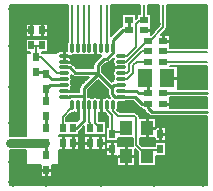
<source format=gtl>
%FSLAX24Y24*%
%MOIN*%
G70*
G01*
G75*
G04 Layer_Physical_Order=1*
G04 Layer_Color=255*
%ADD10C,0.0070*%
%ADD11O,0.0354X0.0110*%
%ADD12O,0.0110X0.0354*%
%ADD13R,0.0512X0.0591*%
%ADD14R,0.0250X0.0200*%
%ADD15R,0.0433X0.0472*%
%ADD16R,0.0200X0.0250*%
%ADD17C,0.0060*%
%ADD18C,0.0100*%
%ADD19C,0.0300*%
%ADD20C,0.0320*%
D10*
X2174Y2528D02*
G03*
X2289Y2564I17J149D01*
G01*
D02*
G03*
X2440Y2536I98J113D01*
G01*
X3077Y3034D02*
G03*
X2880Y3034I-98J-113D01*
G01*
X3274Y3034D02*
G03*
X3077Y3034I-98J-113D01*
G01*
X3103Y2545D02*
G03*
X3268Y2559I72J132D01*
G01*
X1797Y4599D02*
G03*
X1677Y4540I0J-150D01*
G01*
X2191Y3268D02*
G03*
X2154Y3366I-150J0D01*
G01*
X2187Y3235D02*
G03*
X2191Y3268I-146J33D01*
G01*
X2154Y3366D02*
G03*
X2191Y3465I-113J98D01*
G01*
X2482Y3457D02*
G03*
X2440Y3355I103J-103D01*
G01*
X2482Y3458D02*
G03*
X2440Y3355I102J-103D01*
G01*
X2191Y3465D02*
G03*
X2154Y3563I-150J0D01*
G01*
D02*
G03*
X2191Y3662I-113J98D01*
G01*
D02*
G03*
X2154Y3760I-150J0D01*
G01*
D02*
G03*
X2181Y3804I-113J98D01*
G01*
X2207Y3777D02*
G03*
X2310Y3735I103J103D01*
G01*
X2207Y3778D02*
G03*
X2310Y3735I103J102D01*
G01*
X2880Y3034D02*
G03*
X2730Y3062I-98J-113D01*
G01*
X3471Y3034D02*
G03*
X3274Y3034I-98J-113D01*
G01*
X2179Y4193D02*
G03*
X2191Y4252I-138J59D01*
G01*
X2238Y4157D02*
G03*
X2179Y4193I-103J-102D01*
G01*
X2237Y4158D02*
G03*
X2179Y4193I-103J-103D01*
G01*
X2191Y4252D02*
G03*
X2154Y4351I-150J0D01*
G01*
D02*
G03*
X2191Y4449I-113J98D01*
G01*
X2065Y4925D02*
G03*
X2041Y4843I126J-82D01*
G01*
X2289Y4486D02*
G03*
X2486Y4486I98J113D01*
G01*
X2191Y4449D02*
G03*
X2289Y4486I-0J150D01*
G01*
X2957Y4233D02*
G03*
X2915Y4130I103J-103D01*
G01*
X2958Y4233D02*
G03*
X2915Y4130I102J-103D01*
G01*
X2486Y4486D02*
G03*
X2683Y4486I98J113D01*
G01*
D02*
G03*
X2880Y4486I98J113D01*
G01*
D02*
G03*
X3077Y4486I98J113D01*
G01*
D02*
G03*
X3174Y4449I98J113D01*
G01*
X3714Y2638D02*
G03*
X3719Y2677I-145J39D01*
G01*
X4475Y2378D02*
G03*
X4438Y2458I-125J-8D01*
G01*
X4475Y2378D02*
G03*
X4438Y2459I-125J-8D01*
G01*
X4379Y2518D02*
G03*
X4290Y2555I-89J-88D01*
G01*
X4378Y2518D02*
G03*
X4290Y2555I-88J-88D01*
G01*
X4437Y2738D02*
G03*
X4530Y2695I103J102D01*
G01*
X4437Y2737D02*
G03*
X4530Y2695I103J103D01*
G01*
X4612Y2645D02*
G03*
X4647Y2587I138J45D01*
G01*
X4612Y2645D02*
G03*
X4648Y2587I138J45D01*
G01*
X4767Y2467D02*
G03*
X4870Y2425I103J103D01*
G01*
X4767Y2468D02*
G03*
X4870Y2425I103J102D01*
G01*
X3405Y3160D02*
G03*
X3448Y3057I145J0D01*
G01*
X3405Y3160D02*
G03*
X3447Y3057I145J0D01*
G01*
X3580Y3605D02*
G03*
X3532Y3584I35J-141D01*
G01*
X3580Y3605D02*
G03*
X3532Y3584I35J-141D01*
G01*
X3606Y3957D02*
G03*
X3606Y3760I113J-98D01*
G01*
X3360Y4205D02*
G03*
X3463Y4248I0J145D01*
G01*
X3360Y4205D02*
G03*
X3463Y4247I0J145D01*
G01*
X3606Y4154D02*
G03*
X3606Y3957I113J-98D01*
G01*
X3963Y2921D02*
G03*
X3998Y2925I0J150D01*
G01*
X3606Y3760D02*
G03*
X3580Y3605I113J-98D01*
G01*
X3606Y4351D02*
G03*
X3606Y4154I113J-98D01*
G01*
X3880Y5435D02*
G03*
X3787Y5392I10J-145D01*
G01*
X3880Y5435D02*
G03*
X3787Y5393I10J-145D01*
G01*
X5328Y5301D02*
G03*
X5365Y5390I-88J89D01*
G01*
X5328Y5302D02*
G03*
X5365Y5390I-88J88D01*
G01*
X350Y125D02*
Y1295D01*
X300Y125D02*
Y1295D01*
X450Y125D02*
Y1295D01*
X400Y125D02*
Y1295D01*
X150Y125D02*
Y1295D01*
X125Y125D02*
Y1295D01*
X250Y125D02*
Y1295D01*
X200Y125D02*
Y1295D01*
X125Y540D02*
X1155D01*
X125Y590D02*
X1155D01*
X125Y440D02*
X1155D01*
X125Y490D02*
X1155D01*
X550Y125D02*
Y1295D01*
X500Y125D02*
Y1295D01*
X700Y125D02*
Y801D01*
X600Y125D02*
Y1295D01*
X650Y125D02*
Y1295D01*
X125Y1090D02*
X670D01*
X125Y1140D02*
X670D01*
X125Y990D02*
X670D01*
X125Y1040D02*
X670D01*
X125Y1290D02*
X670D01*
X125Y1295D02*
X670D01*
X125Y1190D02*
X670D01*
X125Y1240D02*
X670D01*
X125Y740D02*
X1155D01*
X125Y790D02*
X1155D01*
X125Y640D02*
X1155D01*
X125Y690D02*
X1155D01*
X125Y840D02*
X670D01*
X125Y890D02*
X670D01*
Y801D02*
X1155Y796D01*
X125Y940D02*
X670D01*
Y801D02*
Y1295D01*
X1000Y125D02*
Y798D01*
X950Y125D02*
Y798D01*
X1100Y125D02*
Y797D01*
X1050Y125D02*
Y797D01*
X800Y125D02*
Y800D01*
X750Y125D02*
Y800D01*
X900Y125D02*
Y799D01*
X850Y125D02*
Y799D01*
X1250Y125D02*
Y420D01*
X1200Y125D02*
Y420D01*
X1350Y125D02*
Y420D01*
X1300Y125D02*
Y420D01*
X1400Y125D02*
Y420D01*
X1150Y125D02*
Y796D01*
X1700Y125D02*
Y791D01*
X1450Y125D02*
Y420D01*
X1650Y125D02*
Y791D01*
X1155Y420D02*
X1545D01*
X1500Y125D02*
Y420D01*
X1155D02*
Y796D01*
X1600Y125D02*
Y792D01*
X1545Y420D02*
Y792D01*
X1550Y125D02*
Y792D01*
X1545Y792D02*
X1770Y790D01*
X1545D02*
X1770D01*
X1750Y125D02*
Y790D01*
X1770Y790D02*
Y1320D01*
X1900Y125D02*
Y1320D01*
X1770D02*
X2055D01*
X2050Y125D02*
Y1320D01*
X2055D02*
X2095D01*
X2055D02*
X2095D01*
X350Y1785D02*
Y6125D01*
X300Y1785D02*
Y6125D01*
X450Y1785D02*
Y6125D01*
X400Y1785D02*
Y6125D01*
X150Y1785D02*
Y6125D01*
X125Y1785D02*
Y6125D01*
X250Y1785D02*
Y6125D01*
X200Y1785D02*
Y6125D01*
X125Y1840D02*
X670D01*
X125Y1890D02*
X670D01*
X125Y1785D02*
X670D01*
X125Y1790D02*
X670D01*
X125Y1940D02*
X670D01*
X125Y1990D02*
X670D01*
X500Y1785D02*
Y6125D01*
X125Y2090D02*
X670D01*
X125Y2040D02*
X670D01*
X125Y2690D02*
X670D01*
X125Y2740D02*
X670D01*
X125Y2590D02*
X670D01*
X125Y2640D02*
X670D01*
X125Y2940D02*
X670D01*
X125Y2990D02*
X670D01*
X125Y2790D02*
X670D01*
X125Y2890D02*
X670D01*
X125Y2840D02*
X670D01*
X125Y2240D02*
X670D01*
X125Y2290D02*
X670D01*
X125Y2140D02*
X670D01*
X125Y2190D02*
X670D01*
X125Y2490D02*
X670D01*
X125Y2540D02*
X670D01*
X125Y2340D02*
X670D01*
X125Y2440D02*
X670D01*
X125Y2390D02*
X670D01*
X1850Y125D02*
Y1320D01*
X1800Y125D02*
Y1320D01*
Y1760D02*
Y1820D01*
X1770Y1760D02*
Y1820D01*
X1900Y1760D02*
Y1820D01*
X1850Y1760D02*
Y1820D01*
X2000Y125D02*
Y1320D01*
X1950Y125D02*
Y1320D01*
X2150Y125D02*
Y1320D01*
X2100Y125D02*
Y1320D01*
X1950Y1760D02*
Y1820D01*
X1770Y1760D02*
X2055D01*
X2095D01*
X2000D02*
Y1820D01*
X2055Y1760D02*
X2095D01*
X1770Y1820D02*
X2055D01*
X2015Y2260D02*
X2055D01*
X2050Y1760D02*
Y1820D01*
X2015Y2260D02*
Y2368D01*
X600Y1785D02*
Y6125D01*
X550Y1785D02*
Y6125D01*
X650Y1785D02*
Y6125D01*
X670Y1785D02*
Y4540D01*
X2050Y2260D02*
Y2403D01*
X2055Y1820D02*
X2095D01*
X2055D02*
X2095D01*
X2150Y1760D02*
Y1820D01*
X2100Y1760D02*
Y1820D01*
X2055Y2260D02*
X2095D01*
X2015Y2368D02*
X2174Y2528D01*
X2150Y2260D02*
Y2503D01*
X2055Y2260D02*
X2095D01*
X2100D02*
Y2453D01*
X125Y125D02*
X6705D01*
X125Y140D02*
X6705D01*
X2400Y125D02*
Y1320D01*
X125Y190D02*
X6705D01*
X2250Y125D02*
Y1320D01*
X2200Y125D02*
Y1320D01*
X2350Y125D02*
Y1320D01*
X2300Y125D02*
Y1320D01*
X125Y340D02*
X6705D01*
X125Y390D02*
X6705D01*
X125Y240D02*
X6705D01*
X125Y290D02*
X6705D01*
X1545Y590D02*
X6705D01*
X1545Y640D02*
X6705D01*
X1545Y440D02*
X6705D01*
X1545Y540D02*
X6705D01*
X1545Y490D02*
X6705D01*
X1770Y1240D02*
X3345D01*
X1770Y1290D02*
X3345D01*
X1770Y1140D02*
X3345D01*
X1770Y1190D02*
X3345D01*
X2095Y1320D02*
X2445D01*
Y1490D02*
X2605D01*
X1545Y690D02*
X6705D01*
X1545Y740D02*
X6705D01*
X1770Y790D02*
X3687D01*
X1770Y840D02*
X3687D01*
X1770Y1040D02*
X3687D01*
X1770Y1090D02*
X3687D01*
X1770Y890D02*
X3687D01*
X1770Y990D02*
X3687D01*
X1770Y940D02*
X3687D01*
X2850Y125D02*
Y1320D01*
X2800Y125D02*
Y1320D01*
X2950Y125D02*
Y1320D01*
X2900Y125D02*
Y1320D01*
X2650Y125D02*
Y1320D01*
X2445D02*
Y1760D01*
X2750Y125D02*
Y1320D01*
X2700Y125D02*
Y1320D01*
X3150Y125D02*
Y1320D01*
X2995D02*
X3345D01*
X3250Y125D02*
Y1320D01*
X3200Y125D02*
Y1320D01*
X2955D02*
X2995D01*
X2605D02*
X2955D01*
X3100Y125D02*
Y1320D01*
X3000Y125D02*
Y1320D01*
X3050Y125D02*
Y1320D01*
X2445Y1440D02*
X2605D01*
X2445Y1540D02*
X2605D01*
X2445Y1340D02*
X2605D01*
X2445Y1390D02*
X2605D01*
X2445Y1590D02*
X2605D01*
X2445Y1640D02*
X2605D01*
X2445Y1740D02*
X2605D01*
X2445Y1690D02*
X2605D01*
X2955Y1320D02*
X2995D01*
X2605Y1760D02*
X2955D01*
X2995D01*
X3345D01*
X2200D02*
Y1820D01*
X2095Y1760D02*
X2445D01*
X2300D02*
Y1820D01*
X2250Y1760D02*
Y1820D01*
X2350Y1760D02*
Y1820D01*
X2095D02*
X2445D01*
X2400Y1760D02*
Y1820D01*
X2445D02*
Y1940D01*
X1770Y1790D02*
X3345D01*
X2445Y1840D02*
X2605D01*
X2445Y1890D02*
X2605D01*
X2445Y1940D02*
X2605D01*
X2453Y1948D02*
X2605Y2100D01*
X2495Y1990D02*
X2605D01*
X2600Y125D02*
Y2095D01*
X2500Y125D02*
Y1995D01*
X2550Y125D02*
Y2045D01*
X2095Y2260D02*
X2355D01*
X2015Y2290D02*
X2385D01*
X2200Y2260D02*
Y2527D01*
X2400Y2305D02*
Y2527D01*
X2250Y2260D02*
Y2539D01*
X2350Y2260D02*
Y2532D01*
X2300Y2260D02*
Y2555D01*
X2253Y2540D02*
X2326D01*
X2015Y2340D02*
X2435D01*
X2037Y2390D02*
X2440D01*
X2545Y2040D02*
X2605D01*
X2355Y2260D02*
X2440Y2345D01*
X2087Y2440D02*
X2440D01*
X2137Y2490D02*
X2440D01*
Y2345D02*
Y2536D01*
X2605Y1320D02*
Y1760D01*
X2650D02*
Y1820D01*
X2750Y1760D02*
Y1820D01*
X2700Y1760D02*
Y1820D01*
X2850Y1760D02*
Y1820D01*
X2800Y1760D02*
Y1820D01*
X2950Y1760D02*
Y1820D01*
X2900Y1760D02*
Y1820D01*
X2955Y1760D02*
X2995D01*
X2955Y1820D02*
X2995D01*
X3050Y1760D02*
Y1820D01*
X3000Y1760D02*
Y1820D01*
X3100Y1760D02*
Y1820D01*
X2995D02*
X3345D01*
X3250Y1760D02*
Y1820D01*
X3150Y1760D02*
Y1820D01*
X3200Y1760D02*
Y1820D01*
X2605D02*
Y2100D01*
Y1820D02*
X2955D01*
X2995D01*
X3200Y2260D02*
Y2529D01*
X3103Y2263D02*
Y2545D01*
X3150Y2260D02*
Y2529D01*
X3103Y2340D02*
X3415D01*
X3103Y2390D02*
X3415D01*
X3107Y2260D02*
X3345D01*
X3103Y2290D02*
X3415D01*
X3103Y2490D02*
X3333D01*
X3250Y2260D02*
Y2547D01*
X3103Y2440D02*
X3383D01*
X125Y3840D02*
X670D01*
X125Y3890D02*
X670D01*
X125Y3490D02*
X670D01*
X125Y3740D02*
X670D01*
X125Y4040D02*
X670D01*
X125Y4090D02*
X670D01*
X125Y3940D02*
X670D01*
X125Y3990D02*
X670D01*
X125Y3140D02*
X670D01*
X125Y3190D02*
X670D01*
X125Y3040D02*
X670D01*
X125Y3090D02*
X670D01*
X125Y3390D02*
X670D01*
X125Y3440D02*
X670D01*
X125Y3240D02*
X670D01*
X125Y3340D02*
X670D01*
X125Y3290D02*
X670D01*
X125Y4690D02*
X655D01*
X125Y4740D02*
X655D01*
X125Y4590D02*
X655D01*
X125Y4640D02*
X655D01*
X125Y4890D02*
X655D01*
X125Y4940D02*
X655D01*
X125Y4790D02*
X655D01*
X125Y4840D02*
X655D01*
X125Y4240D02*
X670D01*
X125Y4290D02*
X670D01*
X125Y4140D02*
X670D01*
X125Y4190D02*
X670D01*
X125Y4490D02*
X670D01*
X125Y4540D02*
X670D01*
X125Y4340D02*
X670D01*
X125Y4440D02*
X670D01*
X125Y4390D02*
X670D01*
X125Y3640D02*
X670D01*
X125Y3690D02*
X670D01*
X125Y3540D02*
X670D01*
X125Y3590D02*
X670D01*
X125Y3790D02*
X670D01*
X655Y4570D02*
X805D01*
X670Y4540D02*
X805D01*
X655Y4570D02*
Y5010D01*
X1195Y4540D02*
X1677D01*
X1195Y4570D02*
X1395D01*
Y4590D02*
X1745D01*
X1395Y4570D02*
Y5010D01*
Y4640D02*
X2041D01*
Y4599D02*
Y4843D01*
X1797Y4599D02*
X2041D01*
X125Y4990D02*
X655D01*
Y5010D02*
X1005D01*
X1045D01*
X1005D02*
X1045D01*
X800D02*
Y5070D01*
X750Y5010D02*
Y5070D01*
X1050Y5010D02*
Y5070D01*
X850Y5010D02*
Y5070D01*
X900Y5010D02*
Y5070D01*
X1395Y4790D02*
X2041D01*
X1395Y4840D02*
X2041D01*
X1395Y4690D02*
X2041D01*
X1395Y4740D02*
X2041D01*
X1350Y5010D02*
Y5070D01*
X1045Y5010D02*
X1395D01*
Y4890D02*
X2048D01*
X1395Y4990D02*
X2065D01*
X1395Y4940D02*
X2065D01*
X125Y5190D02*
X655D01*
X125Y5240D02*
X655D01*
X125Y5090D02*
X655D01*
X125Y5140D02*
X655D01*
X125Y5290D02*
X655D01*
X125Y5340D02*
X655D01*
Y5070D02*
Y5510D01*
X125Y5390D02*
X655D01*
X950Y5010D02*
Y5070D01*
X700Y5010D02*
Y5070D01*
X1000Y5010D02*
Y5070D01*
X1005D02*
X1045D01*
X655D02*
X1005D01*
X1045D01*
X125Y5440D02*
X655D01*
X125Y5490D02*
X655D01*
X750Y5510D02*
Y6125D01*
X700Y5510D02*
Y6125D01*
X850Y5510D02*
Y6125D01*
X800Y5510D02*
Y6125D01*
X1000Y5510D02*
Y6125D01*
X900Y5510D02*
Y6125D01*
X950Y5510D02*
Y6125D01*
X1005Y5510D02*
X1045D01*
X655D02*
X1005D01*
X1045D02*
X1395D01*
X1005D02*
X1045D01*
X125Y5990D02*
X2065D01*
X125Y6040D02*
X2065D01*
X125Y5790D02*
X2065D01*
X125Y5940D02*
X2065D01*
X125Y5890D02*
X2065D01*
X1300Y5010D02*
Y5070D01*
X1150Y5010D02*
Y5070D01*
X1450Y4540D02*
Y6125D01*
X1400Y4540D02*
Y6125D01*
X1550Y4540D02*
Y6125D01*
X1500Y4540D02*
Y6125D01*
X1650Y4540D02*
Y6125D01*
X1600Y4540D02*
Y6125D01*
X2000Y4599D02*
Y6125D01*
X1950Y4599D02*
Y6125D01*
X2050Y4895D02*
Y6125D01*
X2065Y4925D02*
Y6125D01*
X1700Y4564D02*
Y6125D01*
X1750Y4592D02*
Y6125D01*
X1900Y4599D02*
Y6125D01*
X1800Y4599D02*
Y6125D01*
X1850Y4599D02*
Y6125D01*
X1100Y5010D02*
Y5070D01*
X1250Y5010D02*
Y5070D01*
X1200Y5010D02*
Y5070D01*
X1100Y5510D02*
Y6125D01*
X1050Y5510D02*
Y6125D01*
X1150Y5510D02*
Y6125D01*
X1200Y5510D02*
Y6125D01*
X1045Y5070D02*
X1395D01*
Y5090D02*
X2065D01*
X1395Y5140D02*
X2065D01*
X1395Y5190D02*
X2065D01*
X1250Y5510D02*
Y6125D01*
X1395Y5070D02*
Y5510D01*
X1300D02*
Y6125D01*
X1350Y5510D02*
Y6125D01*
X2250Y3235D02*
Y3748D01*
X2200Y3235D02*
Y3785D01*
X2350Y3235D02*
Y3735D01*
X2300Y3235D02*
Y3735D01*
X2187Y3235D02*
X2440D01*
X2173Y3340D02*
X2440D01*
X2188Y3240D02*
X2440D01*
X2189Y3290D02*
X2440D01*
X2400Y3235D02*
Y3735D01*
X2171Y3390D02*
X2444D01*
X2440Y3235D02*
Y3355D01*
X2450Y3408D02*
Y3735D01*
X2169Y3740D02*
X2272D01*
X2181Y3804D02*
X2207Y3778D01*
X2171Y3540D02*
X2565D01*
X2173Y3590D02*
X2615D01*
X2189Y3440D02*
X2467D01*
X2189Y3490D02*
X2515D01*
X2190Y3640D02*
X2665D01*
X2188Y3690D02*
X2715D01*
X2482Y3458D02*
X2760Y3735D01*
X2500Y3475D02*
Y3735D01*
X2310D02*
X2760D01*
X2730Y3090D02*
Y3295D01*
X2750Y3068D02*
Y3315D01*
X2800Y3070D02*
Y3365D01*
X2900Y3049D02*
Y3465D01*
X2850Y3055D02*
Y3415D01*
X2950Y3068D02*
Y3515D01*
X3000Y3070D02*
Y3565D01*
X2730Y3140D02*
X3406D01*
X2730Y3190D02*
X3405D01*
X2730Y3090D02*
X3423D01*
X3100Y3051D02*
Y3605D01*
X3050Y3053D02*
Y3615D01*
X3250Y3051D02*
Y3455D01*
X3150Y3069D02*
Y3555D01*
X3200Y3069D02*
Y3505D01*
X2875Y3440D02*
X3265D01*
X2925Y3490D02*
X3215D01*
X2975Y3540D02*
X3165D01*
X3025Y3590D02*
X3115D01*
X2550Y3525D02*
Y3735D01*
X2600Y3575D02*
Y3735D01*
X2730Y3295D02*
X3070Y3635D01*
X2650Y3625D02*
Y3735D01*
X2700Y3675D02*
Y3735D01*
X2730Y3240D02*
X3405D01*
X2730Y3290D02*
X3405D01*
X2775Y3340D02*
X3365D01*
X2825Y3390D02*
X3315D01*
X3070Y3635D02*
X3405Y3300D01*
X3205Y3910D02*
X3532Y3584D01*
X3275Y3840D02*
X3570D01*
X3225Y3890D02*
X3572D01*
X3205Y3940D02*
X3593D01*
X2250Y4145D02*
Y4461D01*
X2200Y4185D02*
Y4449D01*
X2188Y4190D02*
X2928D01*
X2191Y4240D02*
X2965D01*
X2238Y4157D02*
X2370Y4025D01*
X2255Y4140D02*
X2915D01*
X2163Y4340D02*
X3065D01*
X2179Y4390D02*
X3115D01*
X2300Y4095D02*
Y4477D01*
X2186Y4290D02*
X3015D01*
X2191Y4440D02*
X3165D01*
X125Y5590D02*
X2065D01*
X125Y5640D02*
X2065D01*
X1395Y5490D02*
X2065D01*
X125Y5540D02*
X2065D01*
X125Y6090D02*
X2065D01*
X125Y6125D02*
X2065D01*
X125Y5690D02*
X2065D01*
X125Y5840D02*
X2065D01*
X125Y5740D02*
X2065D01*
X125Y5040D02*
X2065D01*
X1395Y5390D02*
X2065D01*
X1395Y5440D02*
X2065D01*
X1395Y5240D02*
X2065D01*
X1395Y5340D02*
X2065D01*
X1395Y5290D02*
X2065D01*
X2550Y4025D02*
Y4453D01*
X2400Y4025D02*
Y4449D01*
X2750Y4025D02*
Y4452D01*
X2600Y4025D02*
Y4450D01*
X2500Y4025D02*
Y4475D01*
X2450Y4025D02*
Y4462D01*
X2700Y4025D02*
Y4473D01*
X2650Y4025D02*
Y4464D01*
X2370Y4025D02*
X2915D01*
X2355Y4040D02*
X2915D01*
X3205Y3910D02*
Y4070D01*
Y3990D02*
X3584D01*
X2850Y4025D02*
Y4465D01*
X2800Y4025D02*
Y4450D01*
X3250Y3865D02*
Y4115D01*
X2900Y4025D02*
Y4471D01*
X2915Y4025D02*
Y4130D01*
X2305Y4090D02*
X2915D01*
X3000Y4275D02*
Y4450D01*
X2350Y4045D02*
Y4454D01*
X2950Y4224D02*
Y4452D01*
X3205Y4040D02*
X3570D01*
X3205Y4070D02*
X3340Y4205D01*
X3225Y4090D02*
X3573D01*
X3275Y4140D02*
X3595D01*
X2958Y4233D02*
X3174Y4449D01*
X3050Y4325D02*
Y4467D01*
X3100Y4375D02*
Y4469D01*
X3400Y125D02*
Y1120D01*
X3350Y125D02*
Y1120D01*
X3550Y125D02*
Y1120D01*
X3450Y125D02*
Y1120D01*
X3300Y125D02*
Y1320D01*
X3345Y1120D02*
Y1320D01*
X3500Y125D02*
Y1120D01*
X3345Y1320D02*
Y1560D01*
X3650Y125D02*
Y1120D01*
X3687Y775D02*
X4310D01*
X3750Y125D02*
Y775D01*
X3700Y125D02*
Y775D01*
X3345Y1120D02*
X3687D01*
X3600Y125D02*
Y1120D01*
X3687Y775D02*
Y1120D01*
X3345Y1320D02*
Y1560D01*
X3400D02*
Y1620D01*
X3450Y1560D02*
Y1620D01*
X3350Y1560D02*
Y1620D01*
X3600Y1560D02*
Y1620D01*
X3550Y1560D02*
Y1620D01*
X3735Y1540D02*
X4225D01*
X3345Y1560D02*
X3735D01*
Y1438D02*
X4227D01*
X3735Y1490D02*
X4225D01*
X3345Y1590D02*
X4225D01*
X3345Y1620D02*
X3735D01*
Y1438D02*
Y1560D01*
X3650D02*
Y1620D01*
X3700Y1560D02*
Y1620D01*
X4050Y125D02*
Y775D01*
X4000Y125D02*
Y775D01*
X4150Y125D02*
Y775D01*
X4100Y125D02*
Y775D01*
X3850Y125D02*
Y775D01*
X3800Y125D02*
Y775D01*
X3950Y125D02*
Y775D01*
X3900Y125D02*
Y775D01*
X4250Y125D02*
Y775D01*
X4200Y125D02*
Y775D01*
X4400Y125D02*
Y775D01*
X4300Y125D02*
Y775D01*
X4450Y125D02*
Y775D01*
X4350Y125D02*
Y1283D01*
X4600Y125D02*
Y775D01*
X4500Y125D02*
Y775D01*
X4550Y125D02*
Y775D01*
X4310Y940D02*
X4388D01*
X4310Y790D02*
X4388D01*
X4310Y890D02*
X4388D01*
Y775D02*
Y1245D01*
X4310Y775D02*
Y1323D01*
Y1290D02*
X4343D01*
X4310Y1040D02*
X4388D01*
X4310Y1090D02*
X4388D01*
X4310Y840D02*
X4388D01*
X4310Y990D02*
X4388D01*
X4310Y1140D02*
X4388D01*
X4310Y1190D02*
X4388D01*
X4310Y1240D02*
X4388D01*
X4310Y1323D02*
X4388Y1245D01*
X4475Y1512D02*
X4549Y1438D01*
X3345Y1620D02*
Y1760D01*
X3300D02*
Y1820D01*
X3345Y1560D02*
Y1620D01*
Y1760D01*
Y1820D01*
Y2060D01*
Y1820D02*
Y2060D01*
X3350D02*
Y2473D01*
X3500Y1560D02*
Y1620D01*
X3735Y1640D02*
X4225D01*
X3750Y1438D02*
Y1716D01*
X3735Y1690D02*
X4225D01*
X3735Y1620D02*
Y1716D01*
X3345Y2060D02*
X3415D01*
X3850Y1438D02*
Y1716D01*
X3800Y1438D02*
Y1716D01*
X3735D02*
X4225D01*
X3345Y2190D02*
X3415D01*
X3345Y2240D02*
X3415D01*
X3345Y2090D02*
X3415D01*
X3345Y2140D02*
X3415D01*
X3300Y2260D02*
Y2523D01*
X3284Y2539D02*
X3415Y2408D01*
Y2060D02*
Y2408D01*
X3345Y2060D02*
Y2260D01*
X3400Y2060D02*
Y2423D01*
X3714Y2638D02*
X3797Y2555D01*
X4290D01*
X3719Y2690D02*
X4530D01*
X3750Y2602D02*
Y2921D01*
X3719Y2677D02*
Y2921D01*
X3900Y2555D02*
Y2921D01*
X3800Y2555D02*
Y2921D01*
X3850Y2555D02*
Y2921D01*
X4150Y1438D02*
Y1716D01*
X4100Y1438D02*
Y1716D01*
X4200Y1438D02*
Y1716D01*
X4225Y1460D02*
Y1716D01*
X3950Y1438D02*
Y1716D01*
X3900Y1438D02*
Y1716D01*
X4050Y1438D02*
Y1716D01*
X4000Y1438D02*
Y1716D01*
X4500Y1487D02*
Y1716D01*
X4475Y1512D02*
Y1716D01*
X4600Y1438D02*
Y1716D01*
X4550Y1438D02*
Y1716D01*
X4600Y2378D02*
Y2645D01*
X4500Y2378D02*
Y2701D01*
X4550Y2378D02*
Y2645D01*
X4250Y2555D02*
Y2925D01*
X3950Y2555D02*
Y2921D01*
X4350Y2540D02*
Y2825D01*
X4300Y2555D02*
Y2875D01*
X4050Y2555D02*
Y2925D01*
X4000Y2555D02*
Y2925D01*
X4200Y2555D02*
Y2925D01*
X4100Y2555D02*
Y2925D01*
X4150Y2555D02*
Y2925D01*
X4379Y2518D02*
X4438Y2459D01*
X4530Y2645D02*
X4612D01*
X4400Y2497D02*
Y2775D01*
X4450Y2445D02*
Y2726D01*
X4530Y2645D02*
Y2695D01*
X4700Y125D02*
Y775D01*
X4650Y125D02*
Y775D01*
X4850Y125D02*
Y775D01*
X4750Y125D02*
Y775D01*
Y1438D02*
Y1716D01*
X4700Y1438D02*
Y1716D01*
X4900Y125D02*
Y775D01*
X4800Y125D02*
Y775D01*
X4950Y125D02*
Y775D01*
X4388D02*
X5012D01*
X5000Y125D02*
Y775D01*
X5012Y840D02*
X6705D01*
X5012Y1040D02*
X6705D01*
X5012Y1090D02*
X6705D01*
X5012Y890D02*
X6705D01*
X5012Y990D02*
X6705D01*
X5012Y940D02*
X6705D01*
X4547Y1440D02*
X4955D01*
X4497Y1490D02*
X4955D01*
Y1438D02*
Y1560D01*
X4549Y1438D02*
X4955D01*
X4800D02*
Y1716D01*
X4650Y1438D02*
Y1716D01*
X4950Y1438D02*
Y1716D01*
X4850Y1438D02*
Y1716D01*
X4900Y1438D02*
Y1716D01*
X4475Y1540D02*
X4955D01*
X4475Y1590D02*
X6705D01*
X5000Y1560D02*
Y1620D01*
X4955Y1560D02*
X5345D01*
X4475Y1640D02*
X4955D01*
X4475Y1690D02*
X4955D01*
Y1620D02*
Y1716D01*
X4475D02*
X4955D01*
Y1620D02*
X5345D01*
X5200Y125D02*
Y1120D01*
X5012D02*
X5345D01*
X5300Y125D02*
Y1120D01*
X5250Y125D02*
Y1120D01*
X5050Y125D02*
Y1120D01*
X5012Y775D02*
Y1120D01*
X5150Y125D02*
Y1120D01*
X5100Y125D02*
Y1120D01*
X5012Y790D02*
X6705D01*
X5345Y1140D02*
X6705D01*
X5345Y1190D02*
X6705D01*
X5345Y1240D02*
X6705D01*
X5345Y1120D02*
Y1560D01*
Y1440D02*
X6705D01*
X5345Y1290D02*
X6705D01*
X5345Y1390D02*
X6705D01*
X5345Y1340D02*
X6705D01*
X5100Y1560D02*
Y1620D01*
X5050Y1560D02*
Y1620D01*
X5345Y1490D02*
X6705D01*
X5150Y1560D02*
Y1620D01*
X5300Y1560D02*
Y1620D01*
X5200Y1560D02*
Y1620D01*
X5250Y1560D02*
Y1620D01*
X5345Y1690D02*
X6705D01*
X5345Y1740D02*
X6705D01*
X5345Y1540D02*
X6705D01*
X5345Y1640D02*
X6705D01*
X5345Y1940D02*
X6705D01*
X5345Y1990D02*
X6705D01*
X5345Y1790D02*
X6705D01*
X5345Y1890D02*
X6705D01*
X5345Y1840D02*
X6705D01*
X5012Y2060D02*
Y2378D01*
X4700D02*
Y2535D01*
X4650Y2378D02*
Y2585D01*
X5050Y2060D02*
Y2425D01*
X4750Y2378D02*
Y2485D01*
X5012Y2090D02*
X6705D01*
X5012Y2140D02*
X6705D01*
X5012Y2060D02*
X5345D01*
X5012Y2190D02*
X6705D01*
X5012Y2240D02*
X6705D01*
X5100Y2060D02*
Y2425D01*
X5012Y2340D02*
X6705D01*
X5012Y2290D02*
X6705D01*
X4407Y2490D02*
X4745D01*
X4349Y2540D02*
X4695D01*
X4800Y2378D02*
Y2443D01*
X4454Y2440D02*
X4806D01*
X3762Y2590D02*
X4645D01*
X3715Y2640D02*
X4614D01*
X4648Y2587D02*
X4767Y2468D01*
X4475Y2378D02*
X5012D01*
X4473Y2390D02*
X6705D01*
X4950Y2378D02*
Y2425D01*
X4900Y2378D02*
Y2425D01*
X4850Y2378D02*
Y2426D01*
X5000Y2378D02*
Y2425D01*
X4870D02*
X6690D01*
X5600Y125D02*
Y2425D01*
X5550Y125D02*
Y2425D01*
X5700Y125D02*
Y2425D01*
X5650Y125D02*
Y2425D01*
X5400Y125D02*
Y2425D01*
X5350Y125D02*
Y2425D01*
X5500Y125D02*
Y2425D01*
X5450Y125D02*
Y2425D01*
X6050Y125D02*
Y2425D01*
X6000Y125D02*
Y2425D01*
X6550Y125D02*
Y2425D01*
X6500Y125D02*
Y2425D01*
X5800Y125D02*
Y2425D01*
X5750Y125D02*
Y2425D01*
X5950Y125D02*
Y2425D01*
X5850Y125D02*
Y2425D01*
X5900Y125D02*
Y2425D01*
X5250Y2060D02*
Y2425D01*
X5150Y2060D02*
Y2425D01*
X5345Y1620D02*
Y2060D01*
X5300D02*
Y2425D01*
X6100Y125D02*
Y2425D01*
X5200Y2060D02*
Y2425D01*
X6250Y125D02*
Y2425D01*
X6150Y125D02*
Y2425D01*
X6200Y125D02*
Y2425D01*
X6300Y125D02*
Y2425D01*
X5345Y2040D02*
X6705D01*
X6450Y125D02*
Y2425D01*
X6400Y125D02*
Y2425D01*
X6600Y125D02*
Y2425D01*
X6350Y125D02*
Y2425D01*
X6650Y125D02*
Y2425D01*
X6705Y2714D02*
Y3056D01*
Y125D02*
Y2426D01*
X3400Y3068D02*
Y3305D01*
X3405Y3160D02*
Y3300D01*
X3300Y3053D02*
Y3405D01*
X3350Y3069D02*
Y3355D01*
X3450Y3665D02*
Y4236D01*
X3400Y3715D02*
Y4211D01*
X3448Y3057D02*
X3471Y3034D01*
X3475Y3640D02*
X3570D01*
X3425Y3690D02*
X3572D01*
X3375Y3740D02*
X3591D01*
X3550Y3594D02*
Y4335D01*
X3500Y3615D02*
Y4285D01*
X3325Y3790D02*
X3585D01*
X3300Y3815D02*
Y4165D01*
X3325Y4190D02*
X3582D01*
X3454Y4240D02*
X3569D01*
X3505Y4290D02*
X3574D01*
X3495Y5140D02*
X3535D01*
X3495Y5190D02*
X3585D01*
X3463Y4248D02*
X3589Y4374D01*
X3495Y5240D02*
X3635D01*
X3555Y4340D02*
X3597D01*
X3495Y5100D02*
X3787Y5392D01*
X3495Y5490D02*
X3880D01*
X3495Y5290D02*
X3685D01*
X3495Y5340D02*
X3735D01*
X3495Y5390D02*
X3785D01*
X3719Y2840D02*
X4335D01*
X3719Y2890D02*
X4285D01*
X3719Y2921D02*
X3963D01*
X3998Y2925D02*
X4250D01*
X3719Y2740D02*
X4435D01*
X3719Y2790D02*
X4385D01*
X4250Y2925D02*
X4437Y2738D01*
X5200Y5135D02*
Y5173D01*
X5162Y5135D02*
X5328Y5301D01*
X5350Y5135D02*
Y5331D01*
X5250Y5135D02*
Y5223D01*
X5300Y5135D02*
Y5273D01*
X4820Y5190D02*
X4863D01*
X3880Y5445D02*
Y5485D01*
Y5445D02*
Y5485D01*
X4820Y5147D02*
Y5445D01*
Y5485D01*
Y5445D02*
Y5485D01*
Y5340D02*
X5013D01*
X4820Y5390D02*
X5063D01*
X4820Y5240D02*
X4913D01*
X4820Y5290D02*
X4963D01*
X4820Y5147D02*
X5115Y5442D01*
X4820Y5490D02*
X5115D01*
X4820Y5440D02*
X5113D01*
X3650Y5255D02*
Y6125D01*
X3700Y5305D02*
Y6125D01*
X3750Y5355D02*
Y6125D01*
X3800Y5404D02*
Y6125D01*
X3495Y5100D02*
Y6125D01*
X3500Y5105D02*
Y6125D01*
X3550Y5155D02*
Y6125D01*
X3600Y5205D02*
Y6125D01*
X3495Y5640D02*
X3880D01*
X3495Y5690D02*
X3880D01*
X3495Y5540D02*
X3880D01*
X3495Y5590D02*
X3880D01*
X3850Y5429D02*
Y6125D01*
X3495Y5740D02*
X3880D01*
Y5485D02*
Y5835D01*
X4320Y5657D02*
Y5835D01*
Y5740D02*
X4380D01*
X3495Y5790D02*
X3880D01*
X3900Y5835D02*
Y6125D01*
X4000Y5835D02*
Y6125D01*
X3950Y5835D02*
Y6125D01*
X4100Y5835D02*
Y6125D01*
X4050Y5835D02*
Y6125D01*
X4250Y5835D02*
Y6125D01*
X4150Y5835D02*
Y6125D01*
X4200Y5835D02*
Y6125D01*
X3495Y5890D02*
X4475D01*
X3495Y5940D02*
X4475D01*
X3880Y5835D02*
X4320D01*
X3495Y5840D02*
X4475D01*
X3495Y5990D02*
X4475D01*
X3495Y6040D02*
X4475D01*
X4300Y5835D02*
Y6125D01*
X3495D02*
X4475D01*
X3495Y6090D02*
X4475D01*
X4320Y5657D02*
X4380Y5717D01*
X4320Y5690D02*
X4353D01*
X4820Y5485D02*
Y5835D01*
X4380Y5717D02*
Y5835D01*
X4850Y5177D02*
Y6125D01*
X4350Y5687D02*
Y6125D01*
X4900Y5227D02*
Y6125D01*
X4950Y5277D02*
Y6125D01*
X4820Y5640D02*
X5115D01*
X4820Y5690D02*
X5115D01*
X4820Y5540D02*
X5115D01*
X4820Y5590D02*
X5115D01*
X5000Y5327D02*
Y6125D01*
X5050Y5377D02*
Y6125D01*
X5365Y5390D02*
Y6125D01*
X5100Y5427D02*
Y6125D01*
X5115Y5442D02*
Y6125D01*
X4320Y5790D02*
X4380D01*
Y5835D02*
X4475D01*
X4725D02*
X4820D01*
X4450D02*
Y6125D01*
X4475Y5835D02*
Y6125D01*
X4400Y5835D02*
Y6125D01*
X4800Y5835D02*
Y6125D01*
X4725Y5835D02*
Y6125D01*
X4750Y5835D02*
Y6125D01*
X4725Y5840D02*
X5115D01*
X4725Y5890D02*
X5115D01*
X4820Y5740D02*
X5115D01*
X4820Y5790D02*
X5115D01*
X4725Y6090D02*
X5115D01*
X4725Y6125D02*
X5115D01*
X4725Y5940D02*
X5115D01*
X4725Y6040D02*
X5115D01*
X4725Y5990D02*
X5115D01*
X5470Y2715D02*
Y2995D01*
Y3035D01*
Y2995D02*
Y3035D01*
X5550Y2715D02*
Y3055D01*
X5500Y2715D02*
Y3055D01*
X5650Y2715D02*
Y3055D01*
X5600Y2715D02*
Y3055D01*
X5470Y2790D02*
X6705D01*
X5470Y2840D02*
X6705D01*
X5470Y2715D02*
X6690D01*
X5470Y2740D02*
X6705D01*
X5470Y2890D02*
X6705D01*
X5470Y2940D02*
X6705D01*
X5700Y2715D02*
Y3055D01*
X5470D02*
X6690D01*
X5470Y2990D02*
X6705D01*
X5725Y3440D02*
X6705D01*
X5725Y3540D02*
X6705D01*
X5725Y3345D02*
X6690D01*
X5725Y3390D02*
X6705D01*
X5470Y4100D02*
X5725D01*
Y3345D02*
Y4100D01*
Y3640D02*
X6705D01*
X5725Y3590D02*
X6705D01*
X5725Y3740D02*
X6705D01*
X5725Y3790D02*
X6705D01*
X5725Y3490D02*
X6705D01*
X5725Y3690D02*
X6705D01*
X5725Y4090D02*
X6705D01*
X5470Y4105D02*
X6705D01*
X5725Y3940D02*
X6705D01*
X5725Y4040D02*
X6705D01*
X5725Y3990D02*
X6705D01*
X6000Y2715D02*
Y3055D01*
X5950Y2715D02*
Y3055D01*
X6100Y2715D02*
Y3055D01*
X6050Y2715D02*
Y3055D01*
X5800Y2715D02*
Y3055D01*
X5750Y2715D02*
Y3055D01*
X5900Y2715D02*
Y3055D01*
X5850Y2715D02*
Y3055D01*
X6550Y2715D02*
Y3055D01*
X6500Y2715D02*
Y3055D01*
X6650Y2715D02*
Y3055D01*
X6600Y2715D02*
Y3055D01*
X6200Y2715D02*
Y3055D01*
X6150Y2715D02*
Y3055D01*
X6450Y2715D02*
Y3055D01*
X6250Y2715D02*
Y3055D01*
X6300Y2715D02*
Y3055D01*
X6200Y3345D02*
Y4105D01*
X6150Y3345D02*
Y4105D01*
X6300Y3345D02*
Y4105D01*
X6250Y3345D02*
Y4105D01*
X5850Y3345D02*
Y4105D01*
X5750Y3345D02*
Y4105D01*
X6100Y3345D02*
Y4105D01*
X5900Y3345D02*
Y4105D01*
X6050Y3345D02*
Y4105D01*
X5725Y3840D02*
X6705D01*
X5725Y3890D02*
X6705D01*
X6400Y2715D02*
Y3055D01*
X6350Y2715D02*
Y3055D01*
X6400Y3345D02*
Y4105D01*
X6350Y3345D02*
Y4105D01*
X6705Y3344D02*
Y4105D01*
X6450Y3345D02*
Y4105D01*
X6500Y3345D02*
Y4105D01*
X5470Y4745D02*
Y4785D01*
Y4840D02*
X6705D01*
X5470Y4705D02*
Y4745D01*
Y4785D01*
X5162Y5135D02*
X5470D01*
X5450D02*
Y6125D01*
X5400Y5135D02*
Y6125D01*
X5470Y4890D02*
X6705D01*
X5470Y4940D02*
X6705D01*
X5470Y4740D02*
X6705D01*
X5470Y4790D02*
X6705D01*
X5167Y5140D02*
X6705D01*
X5217Y5190D02*
X6705D01*
X5470Y4990D02*
X6705D01*
X5267Y5240D02*
X6705D01*
X5470Y5090D02*
X6705D01*
X5365Y5840D02*
X6705D01*
X5365Y5890D02*
X6705D01*
X5365Y5740D02*
X6705D01*
X5365Y5790D02*
X6705D01*
X5365Y6090D02*
X6705D01*
X5365Y6125D02*
X6705D01*
X5365Y5940D02*
X6705D01*
X5365Y6040D02*
X6705D01*
X5365Y5990D02*
X6705D01*
X5317Y5290D02*
X6705D01*
X5355Y5340D02*
X6705D01*
X5365Y5390D02*
X6705D01*
X5365Y5440D02*
X6705D01*
X5365Y5640D02*
X6705D01*
X5365Y5690D02*
X6705D01*
X5365Y5490D02*
X6705D01*
X5365Y5590D02*
X6705D01*
X5365Y5540D02*
X6705D01*
X5550Y4705D02*
Y6125D01*
X5500Y4705D02*
Y6125D01*
X5800Y3345D02*
Y4105D01*
X5600Y4705D02*
Y6125D01*
X5750Y4705D02*
Y6125D01*
X5700Y4705D02*
Y6125D01*
X5850Y4705D02*
Y6125D01*
X5800Y4705D02*
Y6125D01*
X6000Y3345D02*
Y4105D01*
X5950Y3345D02*
Y4105D01*
X6650Y3345D02*
Y4105D01*
X6550Y3345D02*
Y4105D01*
X5900Y4705D02*
Y6125D01*
X5470Y4705D02*
X6705D01*
X6600Y3345D02*
Y4105D01*
X5950Y4705D02*
Y6125D01*
X6000Y4705D02*
Y6125D01*
X5650Y4705D02*
Y6125D01*
X5470Y4785D02*
Y5135D01*
X6100Y4705D02*
Y6125D01*
X6050Y4705D02*
Y6125D01*
X6200Y4705D02*
Y6125D01*
X6150Y4705D02*
Y6125D01*
X6350Y4705D02*
Y6125D01*
X6250Y4705D02*
Y6125D01*
X6300Y4705D02*
Y6125D01*
X6400Y4705D02*
Y6125D01*
X5470Y5040D02*
X6705D01*
X6550Y4705D02*
Y6125D01*
X6500Y4705D02*
Y6125D01*
X6600Y4705D02*
Y6125D01*
X6450Y4705D02*
Y6125D01*
X6705Y4705D02*
Y6125D01*
X6650Y4705D02*
Y6125D01*
X6700Y4705D02*
Y6125D01*
D11*
X3841Y4449D02*
D03*
X1919Y3071D02*
D03*
X3841Y3465D02*
D03*
Y4252D02*
D03*
Y4055D02*
D03*
Y3858D02*
D03*
Y3268D02*
D03*
Y3071D02*
D03*
X1919Y3858D02*
D03*
Y4055D02*
D03*
Y3268D02*
D03*
Y3465D02*
D03*
Y3662D02*
D03*
Y4252D02*
D03*
Y4449D02*
D03*
X3841Y3662D02*
D03*
D12*
X2191Y4721D02*
D03*
X3569Y2799D02*
D03*
X2782D02*
D03*
X2585D02*
D03*
X3372D02*
D03*
X3175D02*
D03*
X2978D02*
D03*
X2388D02*
D03*
X2191D02*
D03*
X2978Y4721D02*
D03*
X3175D02*
D03*
X2388D02*
D03*
X2585D02*
D03*
X2782D02*
D03*
X3372D02*
D03*
X3569D02*
D03*
D13*
X4626Y3710D02*
D03*
X5374D02*
D03*
D14*
X5250Y3190D02*
D03*
X4750D02*
D03*
X5250Y2840D02*
D03*
X4750D02*
D03*
X5250Y4240D02*
D03*
X4750D02*
D03*
X5250Y4590D02*
D03*
X4750D02*
D03*
X4100Y5640D02*
D03*
X4600D02*
D03*
X4750Y4940D02*
D03*
X5250D02*
D03*
X4100Y5290D02*
D03*
X4600D02*
D03*
D15*
X4700Y2047D02*
D03*
X4000D02*
D03*
X4700Y1107D02*
D03*
X3999D02*
D03*
D16*
X2800Y1540D02*
D03*
Y2040D02*
D03*
X3150Y1540D02*
D03*
Y2040D02*
D03*
X1900D02*
D03*
Y1540D02*
D03*
X2250D02*
D03*
Y2040D02*
D03*
X5150Y1340D02*
D03*
Y1840D02*
D03*
X3540Y1340D02*
D03*
Y1840D02*
D03*
X1350Y3340D02*
D03*
Y3840D02*
D03*
Y2040D02*
D03*
Y1540D02*
D03*
Y2440D02*
D03*
Y2940D02*
D03*
Y640D02*
D03*
Y1140D02*
D03*
X1000Y3890D02*
D03*
Y4390D02*
D03*
X850Y4790D02*
D03*
Y5290D02*
D03*
X1200Y4790D02*
D03*
Y5290D02*
D03*
D17*
X2190Y4690D02*
Y6130D01*
X2390Y4730D02*
Y6130D01*
X2590Y4720D02*
Y6130D01*
X2780Y5010D02*
Y6130D01*
X3180Y4720D02*
Y6130D01*
X3370Y4730D02*
Y6130D01*
X5150Y4230D02*
X6710D01*
X5160Y4580D02*
X6710D01*
X1890Y2050D02*
Y2420D01*
X2180Y2710D01*
X2782Y4725D02*
Y5058D01*
X1010Y4380D02*
Y4770D01*
X840D02*
X1180D01*
X1690Y3870D02*
X1890D01*
X2780Y2650D02*
Y2790D01*
X3540Y1850D02*
X3600Y1910D01*
X3860D01*
X4290Y2430D02*
X4350Y2370D01*
Y1460D02*
Y2370D01*
Y1460D02*
X4610Y1200D01*
X4760Y1290D02*
X5140D01*
X4340Y5500D02*
X4480Y5640D01*
X4600D01*
Y6130D01*
X2782Y2228D02*
Y2799D01*
Y2228D02*
X2800Y2210D01*
Y2040D02*
Y2210D01*
X2978Y2212D02*
Y2799D01*
Y2212D02*
X3150Y2040D01*
X1000Y4390D02*
X1170D01*
X1690Y3870D01*
X5240Y5390D02*
Y6130D01*
X4790Y4940D02*
X5240Y5390D01*
X3569Y2607D02*
Y2799D01*
Y2607D02*
X3746Y2430D01*
X4290D01*
X3372Y2628D02*
Y2799D01*
X3540Y1840D02*
Y2460D01*
X3372Y2628D02*
X3540Y2460D01*
X3841Y3662D02*
X4042D01*
X3841Y3858D02*
X4028D01*
X4540Y4590D02*
X4750D01*
X4028Y3858D02*
X4110Y3940D01*
X4750Y4240D02*
Y4250D01*
X4042Y3662D02*
X4250Y3870D01*
X4012Y4252D02*
X4109Y4349D01*
X3841Y4449D02*
X4039D01*
X4110Y3940D02*
Y4160D01*
X4540Y4590D01*
X4360Y4240D02*
X4750D01*
X4250Y3870D02*
Y4130D01*
X4360Y4240D01*
X4012Y4252D02*
X4420Y4660D01*
X4340Y4750D02*
Y5500D01*
X4039Y4449D02*
X4340Y4750D01*
X4420Y4660D02*
X4710Y4950D01*
X4750D01*
X3841Y4252D02*
X4012D01*
D18*
X5240Y3200D02*
X6690D01*
X3060Y4130D02*
X3280Y4350D01*
X3360D01*
X2310Y3880D02*
X3030D01*
X1350Y1140D02*
Y1540D01*
Y2940D02*
Y3340D01*
Y2030D02*
Y2440D01*
X2350Y2050D02*
X2585Y2285D01*
X2250Y2040D02*
X2260Y2050D01*
X2350D01*
X4100Y5290D02*
Y5640D01*
X3569Y4969D02*
X3890Y5290D01*
X4100D01*
X3360Y4350D02*
X3569Y4559D01*
Y4969D01*
X2135Y4055D02*
X2310Y3880D01*
X1475Y3465D02*
X1919D01*
X1350Y3340D02*
X1475Y3465D01*
X1350Y3840D02*
X1528Y3662D01*
X1300Y3890D02*
X1350Y3840D01*
X1000Y3890D02*
X1300D01*
X1528Y3662D02*
X1919D01*
Y3071D02*
X2109D01*
X2110Y3070D02*
X2130Y3090D01*
X2585Y3355D02*
X3060Y3830D01*
X2109Y3071D02*
X2110Y3070D01*
X4750Y3190D02*
Y3586D01*
X4626Y3710D02*
X4750Y3586D01*
X3639Y3071D02*
X3841D01*
X3615Y3465D02*
X3841D01*
X3550Y3160D02*
X3639Y3071D01*
X3550Y3400D02*
X3615Y3465D01*
X4342Y3268D02*
X4420Y3190D01*
X3841Y3268D02*
X4342D01*
X4420Y3190D02*
X4750D01*
X4540Y2840D02*
X4750D01*
X4310Y3070D02*
X4540Y2840D01*
X3842Y3070D02*
X4310D01*
X3841Y3071D02*
X3842Y3070D01*
X2130Y3090D02*
X2585D01*
Y2285D02*
Y3355D01*
X1905Y4055D02*
X2135D01*
X3030Y3880D02*
X3550Y3360D01*
Y3160D02*
Y3400D01*
X3060Y3830D02*
Y4130D01*
X4750Y2690D02*
Y2840D01*
Y2690D02*
X4870Y2570D01*
X6690D01*
X1920Y4449D02*
X2091D01*
X2170Y4370D01*
X1920Y4252D02*
Y4449D01*
X1190Y640D02*
X1350D01*
Y455D02*
Y640D01*
X1510D01*
X1900Y1355D02*
Y1540D01*
Y1725D01*
X2250Y1355D02*
Y1540D01*
Y1725D01*
Y1540D02*
X2410D01*
X2800D02*
Y1725D01*
Y1355D02*
Y1540D01*
X3150Y1355D02*
Y1540D01*
X3310D01*
X2640D02*
X2800D01*
X3150D02*
Y1725D01*
X2388Y2562D02*
Y2799D01*
X3175D02*
Y3036D01*
Y2562D02*
Y2799D01*
X1919Y4449D02*
Y4564D01*
X690Y5290D02*
X850D01*
Y5475D01*
Y5105D02*
Y5290D01*
X1200Y5105D02*
Y5290D01*
Y5475D01*
Y5290D02*
X1360D01*
X1919Y3268D02*
X2156D01*
X1919Y4252D02*
X2156D01*
X2978Y4484D02*
Y4721D01*
X3540Y1155D02*
Y1340D01*
X3722Y1107D02*
X3999D01*
X3380Y1340D02*
X3540D01*
Y1525D01*
X3999Y1107D02*
X4275D01*
X3999Y810D02*
Y1107D01*
Y1403D01*
X5150Y1655D02*
Y1840D01*
X5310D01*
X4700Y1751D02*
Y2047D01*
X4977D01*
X4700D02*
Y2343D01*
X5150Y1840D02*
Y2025D01*
X3604Y4055D02*
X3841D01*
X5250Y4940D02*
Y5100D01*
X4600Y5290D02*
X4785D01*
X5250Y2840D02*
X5435D01*
X5374Y3710D02*
X5690D01*
X5250Y4940D02*
X5435D01*
D19*
X120Y1540D02*
X1300D01*
D20*
X4930Y250D02*
D03*
X250Y900D02*
D03*
X1850Y4790D02*
D03*
X4990Y5500D02*
D03*
X6580Y3980D02*
D03*
X5150Y2230D02*
D03*
X6580Y6000D02*
D03*
X5640Y4940D02*
D03*
Y2840D02*
D03*
X5890Y3710D02*
D03*
X4080Y6000D02*
D03*
X3620Y5420D02*
D03*
X250Y6000D02*
D03*
X4690Y1580D02*
D03*
X3230Y2410D02*
D03*
X6580Y2840D02*
D03*
X4000Y1580D02*
D03*
X3180Y250D02*
D03*
X1350D02*
D03*
X6580D02*
D03*
X4030Y2780D02*
D03*
X2340Y3590D02*
D03*
X3390Y4040D02*
D03*
X2340Y4290D02*
D03*
X3140Y3240D02*
D03*
X2740Y4290D02*
D03*
X2260Y2410D02*
D03*
X1230Y5680D02*
D03*
X5490Y6000D02*
D03*
X1940D02*
D03*
X3990Y640D02*
D03*
X3150Y1150D02*
D03*
X830Y5680D02*
D03*
X250Y250D02*
D03*
X1950Y1150D02*
D03*
X2500D02*
D03*
X250Y4780D02*
D03*
Y2190D02*
D03*
Y3420D02*
D03*
X6580Y2300D02*
D03*
Y1320D02*
D03*
M02*

</source>
